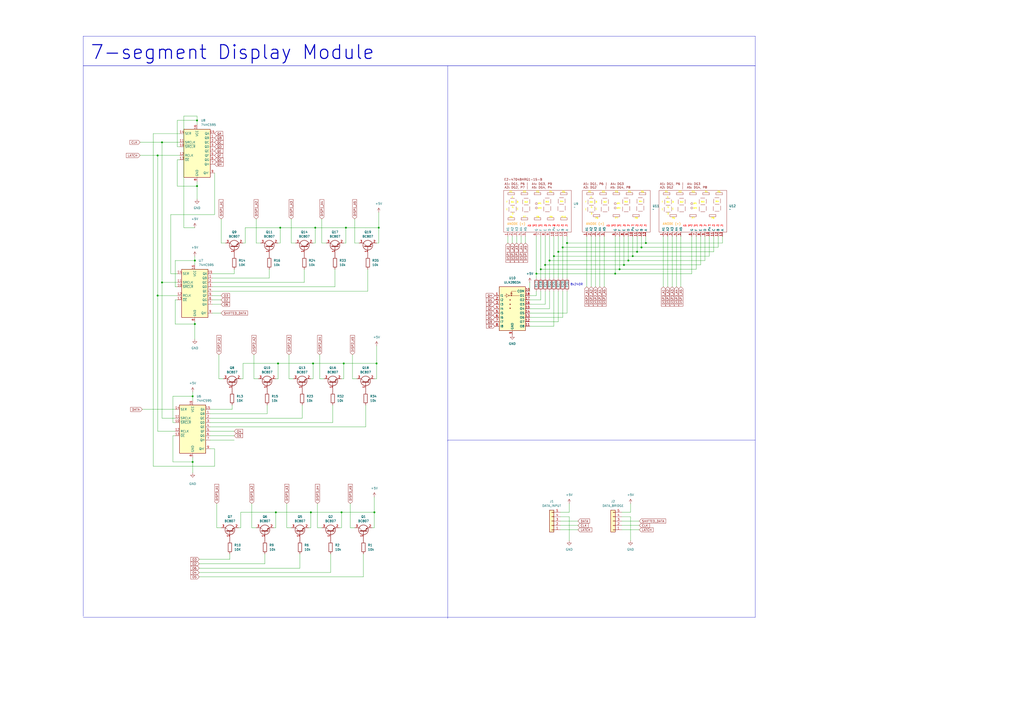
<source format=kicad_sch>
(kicad_sch (version 20231120) (generator "eeschema") (generator_version "8.0")
  (paper "A2")
  (junction (at 93.98 82.55))
  (junction (at 367.03 148.59))
  (junction (at 328.93 140.97))
  (junction (at 162.56 132.08))
  (junction (at 111.76 267.97))
  (junction (at 321.31 148.59))
  (junction (at 180.34 297.18))
  (junction (at 161.29 210.82))
  (junction (at 181.61 210.82))
  (junction (at 359.41 156.21))
  (junction (at 361.95 153.67))
  (junction (at 113.03 187.96))
  (junction (at 323.85 146.05))
  (junction (at 218.44 210.82))
  (junction (at 316.23 153.67))
  (junction (at 311.15 158.75))
  (junction (at 91.44 90.17))
  (junction (at 374.65 140.97))
  (junction (at 313.69 156.21))
  (junction (at 318.77 151.13))
  (junction (at 93.98 163.83))
  (junction (at 326.39 143.51))
  (junction (at 111.76 229.87))
  (junction (at 200.66 132.08))
  (junction (at 114.3 69.85))
  (junction (at 182.88 132.08))
  (junction (at 356.87 158.75))
  (junction (at 114.3 107.95))
  (junction (at 198.12 297.18))
  (junction (at 219.71 132.08))
  (junction (at 199.39 210.82))
  (junction (at 364.49 151.13))
  (junction (at 217.17 297.18))
  (junction (at 91.44 171.45))
  (junction (at 372.11 143.51))
  (junction (at 113.03 151.13))
  (junction (at 369.57 146.05))
  (junction (at 160.02 297.18))
  (wire (pts (xy 207.01 219.71) (xy 204.47 219.71)))
  (wire (pts (xy 328.93 137.16) (xy 328.93 140.97)))
  (wire (pts (xy 121.92 240.03) (xy 154.94 240.03)))
  (wire (pts (xy 160.02 297.18) (xy 180.34 297.18)))
  (wire (pts (xy 217.17 219.71) (xy 218.44 219.71)))
  (wire (pts (xy 140.97 210.82) (xy 161.29 210.82)))
  (wire (pts (xy 147.32 205.74) (xy 147.32 219.71)))
  (wire (pts (xy 191.77 332.105) (xy 115.57 332.105)))
  (wire (pts (xy 313.69 156.21) (xy 313.69 161.29)))
  (wire (pts (xy 311.15 158.75) (xy 311.15 161.29)))
  (wire (pts (xy 392.43 166.37) (xy 392.43 137.16)))
  (wire (pts (xy 218.44 210.82) (xy 218.44 219.71)))
  (wire (pts (xy 350.52 166.37) (xy 350.52 137.16)))
  (wire (pts (xy 160.02 219.71) (xy 161.29 219.71)))
  (wire (pts (xy 316.23 153.67) (xy 316.23 161.29)))
  (wire (pts (xy 365.76 297.18) (xy 365.76 292.1)))
  (wire (pts (xy 419.1 140.97) (xy 419.1 137.16)))
  (wire (pts (xy 342.9 166.37) (xy 342.9 137.16)))
  (wire (pts (xy 121.92 242.57) (xy 175.26 242.57)))
  (wire (pts (xy 121.92 247.65) (xy 212.09 247.65)))
  (wire (pts (xy 102.87 107.95) (xy 102.87 92.71)))
  (wire (pts (xy 372.11 143.51) (xy 326.39 143.51)))
  (wire (pts (xy 330.2 299.72) (xy 330.2 313.69)))
  (wire (pts (xy 135.89 250.19) (xy 121.92 250.19)))
  (wire (pts (xy 307.34 163.83) (xy 307.34 168.91)))
  (wire (pts (xy 193.04 245.11) (xy 193.04 234.95)))
  (wire (pts (xy 121.92 237.49) (xy 134.62 237.49)))
  (wire (pts (xy 93.98 82.55) (xy 104.14 82.55)))
  (wire (pts (xy 121.92 245.11) (xy 193.04 245.11)))
  (wire (pts (xy 365.76 299.72) (xy 365.76 313.69)))
  (wire (pts (xy 111.76 267.97) (xy 100.33 267.97)))
  (wire (pts (xy 173.99 329.565) (xy 115.57 329.565)))
  (wire (pts (xy 364.49 151.13) (xy 408.94 151.13)))
  (wire (pts (xy 175.26 242.57) (xy 175.26 234.95)))
  (wire (pts (xy 93.98 242.57) (xy 93.98 163.83)))
  (wire (pts (xy 325.12 299.72) (xy 330.2 299.72)))
  (wire (pts (xy 311.15 168.91) (xy 311.15 171.45)))
  (wire (pts (xy 149.86 219.71) (xy 147.32 219.71)))
  (polyline (pts (xy 438.15 358.14) (xy 438.15 38.1)))
  (wire (pts (xy 180.34 297.18) (xy 180.34 306.07)))
  (wire (pts (xy 323.85 168.91) (xy 323.85 186.69)))
  (wire (pts (xy 313.69 156.21) (xy 359.41 156.21)))
  (wire (pts (xy 81.28 82.55) (xy 93.98 82.55)))
  (wire (pts (xy 323.85 146.05) (xy 369.57 146.05)))
  (wire (pts (xy 158.75 306.07) (xy 160.02 306.07)))
  (wire (pts (xy 101.6 187.96) (xy 101.6 173.99)))
  (wire (pts (xy 135.89 252.73) (xy 121.92 252.73)))
  (wire (pts (xy 166.37 292.1) (xy 166.37 306.07)))
  (wire (pts (xy 406.4 153.67) (xy 406.4 137.16)))
  (wire (pts (xy 123.19 168.91) (xy 213.36 168.91)))
  (wire (pts (xy 194.31 166.37) (xy 194.31 156.21)))
  (wire (pts (xy 160.02 297.18) (xy 160.02 306.07)))
  (wire (pts (xy 113.03 187.96) (xy 101.6 187.96)))
  (wire (pts (xy 370.84 304.8) (xy 360.68 304.8)))
  (wire (pts (xy 191.77 332.105) (xy 191.77 321.31)))
  (wire (pts (xy 218.44 140.97) (xy 219.71 140.97)))
  (wire (pts (xy 367.03 148.59) (xy 411.48 148.59)))
  (wire (pts (xy 200.66 132.08) (xy 200.66 140.97)))
  (wire (pts (xy 128.27 176.53) (xy 123.19 176.53)))
  (wire (pts (xy 123.19 181.61) (xy 128.27 181.61)))
  (wire (pts (xy 91.44 90.17) (xy 104.14 90.17)))
  (wire (pts (xy 328.93 168.91) (xy 328.93 181.61)))
  (wire (pts (xy 167.64 205.74) (xy 167.64 219.71)))
  (wire (pts (xy 318.77 137.16) (xy 318.77 151.13)))
  (wire (pts (xy 102.87 163.83) (xy 93.98 163.83)))
  (wire (pts (xy 326.39 143.51) (xy 326.39 161.29)))
  (wire (pts (xy 217.17 288.29) (xy 217.17 297.18)))
  (wire (pts (xy 185.42 205.74) (xy 185.42 219.71)))
  (wire (pts (xy 199.39 210.82) (xy 199.39 219.71)))
  (wire (pts (xy 181.61 210.82) (xy 181.61 219.71)))
  (wire (pts (xy 140.97 140.97) (xy 142.24 140.97)))
  (wire (pts (xy 176.53 163.83) (xy 176.53 156.21)))
  (wire (pts (xy 101.6 166.37) (xy 102.87 166.37)))
  (wire (pts (xy 171.45 140.97) (xy 168.91 140.97)))
  (wire (pts (xy 219.71 132.08) (xy 219.71 140.97)))
  (wire (pts (xy 304.8 140.97) (xy 304.8 137.16)))
  (wire (pts (xy 102.87 85.09) (xy 104.14 85.09)))
  (wire (pts (xy 182.88 132.08) (xy 182.88 140.97)))
  (wire (pts (xy 321.31 168.91) (xy 321.31 189.23)))
  (wire (pts (xy 323.85 137.16) (xy 323.85 146.05)))
  (wire (pts (xy 374.65 140.97) (xy 374.65 137.16)))
  (wire (pts (xy 408.94 151.13) (xy 408.94 137.16)))
  (wire (pts (xy 133.35 324.485) (xy 115.57 324.485)))
  (wire (pts (xy 186.69 127) (xy 186.69 140.97)))
  (wire (pts (xy 111.76 227.33) (xy 111.76 229.87)))
  (wire (pts (xy 179.07 306.07) (xy 180.34 306.07)))
  (wire (pts (xy 124.46 270.51) (xy 124.46 260.35)))
  (wire (pts (xy 99.06 124.46) (xy 99.06 158.75)))
  (wire (pts (xy 326.39 168.91) (xy 326.39 184.15)))
  (wire (pts (xy 162.56 132.08) (xy 182.88 132.08)))
  (wire (pts (xy 297.18 140.97) (xy 297.18 137.16)))
  (wire (pts (xy 135.89 158.75) (xy 135.89 156.21)))
  (wire (pts (xy 138.43 306.07) (xy 139.7 306.07)))
  (wire (pts (xy 372.11 143.51) (xy 416.56 143.51)))
  (wire (pts (xy 127 205.74) (xy 127 219.71)))
  (wire (pts (xy 170.18 219.71) (xy 167.64 219.71)))
  (wire (pts (xy 416.56 143.51) (xy 416.56 137.16)))
  (wire (pts (xy 369.57 146.05) (xy 369.57 137.16)))
  (wire (pts (xy 113.03 196.85) (xy 113.03 187.96)))
  (wire (pts (xy 102.87 69.85) (xy 102.87 85.09)))
  (wire (pts (xy 356.87 158.75) (xy 401.32 158.75)))
  (wire (pts (xy 411.48 148.59) (xy 411.48 137.16)))
  (wire (pts (xy 200.66 132.08) (xy 219.71 132.08)))
  (wire (pts (xy 335.28 307.34) (xy 325.12 307.34)))
  (wire (pts (xy 328.93 140.97) (xy 374.65 140.97)))
  (wire (pts (xy 114.3 69.85) (xy 102.87 69.85)))
  (wire (pts (xy 133.35 324.485) (xy 133.35 321.31)))
  (wire (pts (xy 294.64 140.97) (xy 294.64 137.16)))
  (wire (pts (xy 101.6 245.11) (xy 100.33 245.11)))
  (wire (pts (xy 318.77 168.91) (xy 318.77 179.07)))
  (wire (pts (xy 307.34 176.53) (xy 316.23 176.53)))
  (wire (pts (xy 219.71 123.19) (xy 219.71 132.08)))
  (wire (pts (xy 134.62 237.49) (xy 134.62 234.95)))
  (wire (pts (xy 100.33 245.11) (xy 100.33 229.87)))
  (wire (pts (xy 123.19 166.37) (xy 194.31 166.37)))
  (wire (pts (xy 360.68 297.18) (xy 365.76 297.18)))
  (polyline (pts (xy 259.715 255.27) (xy 438.15 255.27)))
  (wire (pts (xy 101.6 151.13) (xy 101.6 166.37)))
  (wire (pts (xy 91.44 250.19) (xy 91.44 171.45)))
  (wire (pts (xy 335.28 304.8) (xy 325.12 304.8)))
  (wire (pts (xy 124.46 100.33) (xy 124.46 124.46)))
  (wire (pts (xy 369.57 146.05) (xy 414.02 146.05)))
  (wire (pts (xy 198.12 297.18) (xy 217.17 297.18)))
  (wire (pts (xy 124.46 260.35) (xy 121.92 260.35)))
  (wire (pts (xy 113.03 151.13) (xy 101.6 151.13)))
  (wire (pts (xy 318.77 151.13) (xy 318.77 161.29)))
  (wire (pts (xy 198.12 297.18) (xy 198.12 306.07)))
  (wire (pts (xy 213.36 168.91) (xy 213.36 156.21)))
  (wire (pts (xy 335.28 302.26) (xy 325.12 302.26)))
  (wire (pts (xy 181.61 140.97) (xy 182.88 140.97)))
  (wire (pts (xy 186.69 306.07) (xy 184.15 306.07)))
  (wire (pts (xy 345.44 166.37) (xy 345.44 137.16)))
  (wire (pts (xy 356.87 137.16) (xy 356.87 158.75)))
  (wire (pts (xy 142.24 132.08) (xy 142.24 140.97)))
  (wire (pts (xy 359.41 156.21) (xy 359.41 137.16)))
  (wire (pts (xy 307.34 186.69) (xy 323.85 186.69)))
  (wire (pts (xy 135.89 255.27) (xy 121.92 255.27)))
  (wire (pts (xy 182.88 132.08) (xy 200.66 132.08)))
  (wire (pts (xy 208.28 140.97) (xy 205.74 140.97)))
  (wire (pts (xy 217.17 297.18) (xy 217.17 306.07)))
  (wire (pts (xy 184.15 292.1) (xy 184.15 306.07)))
  (wire (pts (xy 104.14 77.47) (xy 88.9 77.47)))
  (wire (pts (xy 111.76 274.32) (xy 111.76 267.97)))
  (wire (pts (xy 102.87 171.45) (xy 91.44 171.45)))
  (wire (pts (xy 321.31 189.23) (xy 307.34 189.23)))
  (wire (pts (xy 414.02 146.05) (xy 414.02 137.16)))
  (wire (pts (xy 148.59 127) (xy 148.59 140.97)))
  (polyline (pts (xy 438.15 38.1) (xy 48.26 38.1)))
  (wire (pts (xy 367.03 148.59) (xy 321.31 148.59)))
  (wire (pts (xy 125.73 292.1) (xy 125.73 306.07)))
  (wire (pts (xy 88.9 77.47) (xy 88.9 270.51)))
  (wire (pts (xy 199.39 210.82) (xy 218.44 210.82)))
  (wire (pts (xy 387.35 166.37) (xy 387.35 137.16)))
  (wire (pts (xy 156.21 161.29) (xy 156.21 156.21)))
  (wire (pts (xy 205.74 127) (xy 205.74 140.97)))
  (wire (pts (xy 347.98 166.37) (xy 347.98 137.16)))
  (wire (pts (xy 139.7 219.71) (xy 140.97 219.71)))
  (wire (pts (xy 99.06 158.75) (xy 102.87 158.75)))
  (wire (pts (xy 111.76 267.97) (xy 111.76 265.43)))
  (wire (pts (xy 189.23 140.97) (xy 186.69 140.97)))
  (wire (pts (xy 307.34 184.15) (xy 326.39 184.15)))
  (wire (pts (xy 151.13 140.97) (xy 148.59 140.97)))
  (polyline (pts (xy 259.715 38.1) (xy 259.715 255.905)))
  (wire (pts (xy 372.11 137.16) (xy 372.11 143.51)))
  (wire (pts (xy 212.09 247.65) (xy 212.09 234.95)))
  (wire (pts (xy 360.68 299.72) (xy 365.76 299.72)))
  (wire (pts (xy 168.91 306.07) (xy 166.37 306.07)))
  (wire (pts (xy 307.34 179.07) (xy 318.77 179.07)))
  (wire (pts (xy 114.3 69.85) (xy 114.3 72.39)))
  (wire (pts (xy 367.03 137.16) (xy 367.03 148.59)))
  (wire (pts (xy 88.9 270.51) (xy 124.46 270.51)))
  (polyline (pts (xy 48.26 358.14) (xy 438.15 358.14)))
  (wire (pts (xy 389.89 166.37) (xy 389.89 137.16)))
  (wire (pts (xy 330.2 297.18) (xy 330.2 292.1)))
  (wire (pts (xy 114.3 67.31) (xy 114.3 69.85)))
  (wire (pts (xy 114.3 67.31) (xy 106.68 67.31)))
  (wire (pts (xy 113.03 148.59) (xy 113.03 151.13)))
  (wire (pts (xy 123.19 161.29) (xy 156.21 161.29)))
  (wire (pts (xy 106.68 67.31) (xy 106.68 132.08)))
  (wire (pts (xy 318.77 151.13) (xy 364.49 151.13)))
  (wire (pts (xy 204.47 205.74) (xy 204.47 219.71)))
  (wire (pts (xy 316.23 153.67) (xy 316.23 137.16)))
  (wire (pts (xy 128.27 171.45) (xy 123.19 171.45)))
  (wire (pts (xy 364.49 151.13) (xy 364.49 137.16)))
  (wire (pts (xy 299.72 140.97) (xy 299.72 137.16)))
  (wire (pts (xy 328.93 140.97) (xy 328.93 161.29)))
  (wire (pts (xy 180.34 219.71) (xy 181.61 219.71)))
  (wire (pts (xy 210.82 334.645) (xy 210.82 321.31)))
  (wire (pts (xy 81.28 90.17) (xy 91.44 90.17)))
  (wire (pts (xy 302.26 140.97) (xy 302.26 137.16)))
  (wire (pts (xy 205.74 306.07) (xy 203.2 306.07)))
  (wire (pts (xy 360.68 302.26) (xy 370.84 302.26)))
  (wire (pts (xy 161.29 210.82) (xy 181.61 210.82)))
  (wire (pts (xy 321.31 148.59) (xy 321.31 137.16)))
  (wire (pts (xy 101.6 250.19) (xy 91.44 250.19)))
  (wire (pts (xy 359.41 156.21) (xy 403.86 156.21)))
  (wire (pts (xy 114.3 107.95) (xy 114.3 105.41)))
  (wire (pts (xy 196.85 306.07) (xy 198.12 306.07)))
  (wire (pts (xy 102.87 92.71) (xy 104.14 92.71)))
  (wire (pts (xy 361.95 137.16) (xy 361.95 153.67)))
  (wire (pts (xy 394.97 166.37) (xy 394.97 137.16)))
  (wire (pts (xy 162.56 132.08) (xy 162.56 140.97)))
  (wire (pts (xy 307.34 171.45) (xy 311.15 171.45)))
  (wire (pts (xy 93.98 163.83) (xy 93.98 82.55)))
  (wire (pts (xy 218.44 200.66) (xy 218.44 210.82)))
  (wire (pts (xy 356.87 158.75) (xy 311.15 158.75)))
  (wire (pts (xy 123.19 158.75) (xy 135.89 158.75)))
  (wire (pts (xy 100.33 267.97) (xy 100.33 252.73)))
  (wire (pts (xy 215.9 306.07) (xy 217.17 306.07)))
  (wire (pts (xy 199.39 140.97) (xy 200.66 140.97)))
  (wire (pts (xy 180.34 297.18) (xy 198.12 297.18)))
  (wire (pts (xy 313.69 168.91) (xy 313.69 173.99)))
  (wire (pts (xy 100.33 252.73) (xy 101.6 252.73)))
  (wire (pts (xy 142.24 132.08) (xy 162.56 132.08)))
  (wire (pts (xy 326.39 143.51) (xy 326.39 137.16)))
  (wire (pts (xy 91.44 171.45) (xy 91.44 90.17)))
  (wire (pts (xy 370.84 307.34) (xy 360.68 307.34)))
  (wire (pts (xy 82.55 237.49) (xy 101.6 237.49)))
  (polyline (pts (xy 48.26 38.1) (xy 48.26 357.505)))
  (wire (pts (xy 313.69 137.16) (xy 313.69 156.21)))
  (wire (pts (xy 146.05 292.1) (xy 146.05 306.07)))
  (wire (pts (xy 361.95 153.67) (xy 316.23 153.67)))
  (wire (pts (xy 403.86 156.21) (xy 403.86 137.16)))
  (polyline (pts (xy 259.715 358.775) (xy 259.715 255.27)))
  (wire (pts (xy 210.82 334.645) (xy 115.57 334.645)))
  (wire (pts (xy 153.67 327.025) (xy 153.67 321.31)))
  (wire (pts (xy 325.12 297.18) (xy 330.2 297.18)))
  (wire (pts (xy 113.03 151.13) (xy 113.03 153.67)))
  (wire (pts (xy 128.27 127) (xy 128.27 140.97)))
  (wire (pts (xy 323.85 146.05) (xy 323.85 161.29)))
  (wire (pts (xy 148.59 306.07) (xy 146.05 306.07)))
  (wire (pts (xy 128.27 173.99) (xy 123.19 173.99)))
  (wire (pts (xy 340.36 166.37) (xy 340.36 137.16)))
  (wire (pts (xy 384.81 166.37) (xy 384.81 137.16)))
  (wire (pts (xy 101.6 173.99) (xy 102.87 173.99)))
  (wire (pts (xy 316.23 168.91) (xy 316.23 176.53)))
  (wire (pts (xy 374.65 140.97) (xy 419.1 140.97)))
  (wire (pts (xy 139.7 297.18) (xy 160.02 297.18)))
  (wire (pts (xy 128.27 306.07) (xy 125.73 306.07)))
  (wire (pts (xy 161.29 210.82) (xy 161.29 219.71)))
  (wire (pts (xy 307.34 181.61) (xy 328.93 181.61)))
  (wire (pts (xy 124.46 124.46) (xy 99.06 124.46)))
  (wire (pts (xy 100.33 229.87) (xy 111.76 229.87)))
  (wire (pts (xy 114.3 115.57) (xy 114.3 107.95)))
  (wire (pts (xy 321.31 148.59) (xy 321.31 161.29)))
  (wire (pts (xy 101.6 242.57) (xy 93.98 242.57)))
  (wire (pts (xy 361.95 153.67) (xy 406.4 153.67)))
  (wire (pts (xy 173.99 329.565) (xy 173.99 321.31)))
  (wire (pts (xy 311.15 158.75) (xy 311.15 137.16)))
  (wire (pts (xy 139.7 297.18) (xy 139.7 306.07)))
  (wire (pts (xy 161.29 140.97) (xy 162.56 140.97)))
  (wire (pts (xy 181.61 210.82) (xy 199.39 210.82)))
  (wire (pts (xy 111.76 229.87) (xy 111.76 232.41)))
  (wire (pts (xy 113.03 187.96) (xy 113.03 186.69)))
  (wire (pts (xy 168.91 127) (xy 168.91 140.97)))
  (wire (pts (xy 154.94 240.03) (xy 154.94 234.95)))
  (wire (pts (xy 153.67 327.025) (xy 115.57 327.025)))
  (wire (pts (xy 114.3 107.95) (xy 102.87 107.95)))
  (wire (pts (xy 130.81 140.97) (xy 128.27 140.97)))
  (wire (pts (xy 307.34 173.99) (xy 313.69 173.99)))
  (wire (pts (xy 401.32 158.75) (xy 401.32 137.16)))
  (wire (pts (xy 123.19 163.83) (xy 176.53 163.83)))
  (wire (pts (xy 187.96 219.71) (xy 185.42 219.71)))
  (wire (pts (xy 106.68 132.08) (xy 113.03 132.08)))
  (wire (pts (xy 129.54 219.71) (xy 127 219.71)))
  (wire (pts (xy 203.2 292.1) (xy 203.2 306.07)))
  (wire (pts (xy 140.97 210.82) (xy 140.97 219.71)))
  (wire (pts (xy 198.12 219.71) (xy 199.39 219.71)))
  (rectangle (start 48.26 20.955) (end 438.15 38.1))
  (text "7-segment Display Module" (at 134.874 30.48 0) (effects (font (size 8 8) (thickness 0.6) (bold yes))))
  (text "8x240R" (at 334.518 165.1 0) (effects (font (size 1.27 1.27))))
  (global_label "O5" (shape input) (at 115.57 334.645 180) (property "Intersheetrefs" "${INTERSHEET_REFS}" (effects (hide yes))))
  (global_label "O2" (shape input) (at 115.57 327.025 180) (property "Intersheetrefs" "${INTERSHEET_REFS}" (effects (hide yes))))
  (global_label "DISP3_A5" (shape input) (at 203.2 292.1 90) (property "Intersheetrefs" "${INTERSHEET_REFS}" (effects (hide yes))))
  (global_label "DISP3_A3" (shape input) (at 166.37 292.1 90) (property "Intersheetrefs" "${INTERSHEET_REFS}" (effects (hide yes))))
  (global_label "DISP2_A2" (shape input) (at 147.32 205.74 90) (property "Intersheetrefs" "${INTERSHEET_REFS}" (effects (hide yes))))
  (global_label "DISP3_A4" (shape input) (at 392.43 166.37 270) (property "Intersheetrefs" "${INTERSHEET_REFS}" (effects (hide yes))))
  (global_label "DISP1_A3" (shape input) (at 299.72 140.97 270) (property "Intersheetrefs" "${INTERSHEET_REFS}" (effects (hide yes))))
  (global_label "DISP1_A1" (shape input) (at 128.27 127 90) (property "Intersheetrefs" "${INTERSHEET_REFS}" (effects (hide yes))))
  (global_label "DISP2_A4" (shape input) (at 185.42 205.74 90) (property "Intersheetrefs" "${INTERSHEET_REFS}" (effects (hide yes))))
  (global_label "DISP2_A5" (shape input) (at 204.47 205.74 90) (property "Intersheetrefs" "${INTERSHEET_REFS}" (effects (hide yes))))
  (global_label "DISP2_A3" (shape input) (at 345.44 166.37 270) (property "Intersheetrefs" "${INTERSHEET_REFS}" (effects (hide yes))))
  (global_label "DISP1_A4" (shape input) (at 186.69 127 90) (property "Intersheetrefs" "${INTERSHEET_REFS}" (effects (hide yes))))
  (global_label "DISP3_A2" (shape input) (at 387.35 166.37 270) (property "Intersheetrefs" "${INTERSHEET_REFS}" (effects (hide yes))))
  (global_label "DISP1_A2" (shape input) (at 297.18 140.97 270) (property "Intersheetrefs" "${INTERSHEET_REFS}" (effects (hide yes))))
  (global_label "O2" (shape input) (at 128.27 173.99 0) (property "Intersheetrefs" "${INTERSHEET_REFS}" (effects (hide yes))))
  (global_label "QA" (shape input) (at 287.02 189.23 180) (property "Intersheetrefs" "${INTERSHEET_REFS}" (effects (hide yes))))
  (global_label "DISP3_A5" (shape input) (at 394.97 166.37 270) (property "Intersheetrefs" "${INTERSHEET_REFS}" (effects (hide yes))))
  (global_label "QH" (shape input) (at 124.46 95.25 0) (property "Intersheetrefs" "${INTERSHEET_REFS}" (effects (hide yes))))
  (global_label "DISP1_A4" (shape input) (at 302.26 140.97 270) (property "Intersheetrefs" "${INTERSHEET_REFS}" (effects (hide yes))))
  (global_label "O5" (shape input) (at 135.89 252.73 0) (property "Intersheetrefs" "${INTERSHEET_REFS}" (effects (hide yes))))
  (global_label "DISP3_A1" (shape input) (at 125.73 292.1 90) (property "Intersheetrefs" "${INTERSHEET_REFS}" (effects (hide yes))))
  (global_label "LATCH" (shape input) (at 335.28 307.34 0) (property "Intersheetrefs" "${INTERSHEET_REFS}" (effects (hide yes))))
  (global_label "DISP2_A2" (shape input) (at 342.9 166.37 270) (property "Intersheetrefs" "${INTERSHEET_REFS}" (effects (hide yes))))
  (global_label "DISP1_A2" (shape input) (at 148.59 127 90) (property "Intersheetrefs" "${INTERSHEET_REFS}" (effects (hide yes))))
  (global_label "O3" (shape input) (at 128.27 171.45 0) (property "Intersheetrefs" "${INTERSHEET_REFS}" (effects (hide yes))))
  (global_label "CLK" (shape input) (at 370.84 304.8 0) (property "Intersheetrefs" "${INTERSHEET_REFS}" (effects (hide yes))))
  (global_label "QD" (shape input) (at 287.02 181.61 180) (property "Intersheetrefs" "${INTERSHEET_REFS}" (effects (hide yes))))
  (global_label "QG" (shape input) (at 287.02 173.99 180) (property "Intersheetrefs" "${INTERSHEET_REFS}" (effects (hide yes))))
  (global_label "QA" (shape input) (at 124.46 77.47 0) (property "Intersheetrefs" "${INTERSHEET_REFS}" (effects (hide yes))))
  (global_label "O6" (shape input) (at 115.57 329.565 180) (property "Intersheetrefs" "${INTERSHEET_REFS}" (effects (hide yes))))
  (global_label "CLK" (shape input) (at 335.28 304.8 0) (property "Intersheetrefs" "${INTERSHEET_REFS}" (effects (hide yes))))
  (global_label "DISP3_A1" (shape input) (at 384.81 166.37 270) (property "Intersheetrefs" "${INTERSHEET_REFS}" (effects (hide yes))))
  (global_label "CLK" (shape input) (at 81.28 82.55 180) (property "Intersheetrefs" "${INTERSHEET_REFS}" (effects (hide yes))))
  (global_label "DISP2_A3" (shape input) (at 167.64 205.74 90) (property "Intersheetrefs" "${INTERSHEET_REFS}" (effects (hide yes))))
  (global_label "DISP2_A5" (shape input) (at 350.52 166.37 270) (property "Intersheetrefs" "${INTERSHEET_REFS}" (effects (hide yes))))
  (global_label "DATA" (shape input) (at 335.28 302.26 0) (property "Intersheetrefs" "${INTERSHEET_REFS}" (effects (hide yes))))
  (global_label "DISP1_A5" (shape input) (at 304.8 140.97 270) (property "Intersheetrefs" "${INTERSHEET_REFS}" (effects (hide yes))))
  (global_label "O4" (shape input) (at 135.89 250.19 0) (property "Intersheetrefs" "${INTERSHEET_REFS}" (effects (hide yes))))
  (global_label "DISP3_A3" (shape input) (at 389.89 166.37 270) (property "Intersheetrefs" "${INTERSHEET_REFS}" (effects (hide yes))))
  (global_label "O3" (shape input) (at 115.57 324.485 180) (property "Intersheetrefs" "${INTERSHEET_REFS}" (effects (hide yes))))
  (global_label "O6" (shape input) (at 128.27 176.53 0) (property "Intersheetrefs" "${INTERSHEET_REFS}" (effects (hide yes))))
  (global_label "SHIFTED_DATA" (shape input) (at 370.84 302.26 0) (property "Intersheetrefs" "${INTERSHEET_REFS}" (effects (hide yes))))
  (global_label "DISP2_A1" (shape input) (at 127 205.74 90) (property "Intersheetrefs" "${INTERSHEET_REFS}" (effects (hide yes))))
  (global_label "O4" (shape input) (at 115.57 332.105 180) (property "Intersheetrefs" "${INTERSHEET_REFS}" (effects (hide yes))))
  (global_label "QB" (shape input) (at 124.46 80.01 0) (property "Intersheetrefs" "${INTERSHEET_REFS}" (effects (hide yes))))
  (global_label "QH" (shape input) (at 287.02 171.45 180) (property "Intersheetrefs" "${INTERSHEET_REFS}" (effects (hide yes))))
  (global_label "QC" (shape input) (at 124.46 82.55 0) (property "Intersheetrefs" "${INTERSHEET_REFS}" (effects (hide yes))))
  (global_label "QC" (shape input) (at 287.02 184.15 180) (property "Intersheetrefs" "${INTERSHEET_REFS}" (effects (hide yes))))
  (global_label "QD" (shape input) (at 124.46 85.09 0) (property "Intersheetrefs" "${INTERSHEET_REFS}" (effects (hide yes))))
  (global_label "SHIFTED_DATA" (shape input) (at 128.27 181.61 0) (property "Intersheetrefs" "${INTERSHEET_REFS}" (effects (hide yes))))
  (global_label "DISP2_A1" (shape input) (at 340.36 166.37 270) (property "Intersheetrefs" "${INTERSHEET_REFS}" (effects (hide yes))))
  (global_label "DISP3_A2" (shape input) (at 146.05 292.1 90) (property "Intersheetrefs" "${INTERSHEET_REFS}" (effects (hide yes))))
  (global_label "QB" (shape input) (at 287.02 186.69 180) (property "Intersheetrefs" "${INTERSHEET_REFS}" (effects (hide yes))))
  (global_label "LATCH" (shape input) (at 370.84 307.34 0) (property "Intersheetrefs" "${INTERSHEET_REFS}" (effects (hide yes))))
  (global_label "QE" (shape input) (at 287.02 179.07 180) (property "Intersheetrefs" "${INTERSHEET_REFS}" (effects (hide yes))))
  (global_label "QF" (shape input) (at 287.02 176.53 180) (property "Intersheetrefs" "${INTERSHEET_REFS}" (effects (hide yes))))
  (global_label "QE" (shape input) (at 124.46 87.63 0) (property "Intersheetrefs" "${INTERSHEET_REFS}" (effects (hide yes))))
  (global_label "LATCH" (shape input) (at 81.28 90.17 180) (property "Intersheetrefs" "${INTERSHEET_REFS}" (effects (hide yes))))
  (global_label "QF" (shape input) (at 124.46 90.17 0) (property "Intersheetrefs" "${INTERSHEET_REFS}" (effects (hide yes))))
  (global_label "QG" (shape input) (at 124.46 92.71 0) (property "Intersheetrefs" "${INTERSHEET_REFS}" (effects (hide yes))))
  (global_label "DATA" (shape input) (at 82.55 237.49 180) (property "Intersheetrefs" "${INTERSHEET_REFS}" (effects (hide yes))))
  (global_label "DISP1_A5" (shape input) (at 205.74 127 90) (property "Intersheetrefs" "${INTERSHEET_REFS}" (effects (hide yes))))
  (global_label "DISP1_A3" (shape input) (at 168.91 127 90) (property "Intersheetrefs" "${INTERSHEET_REFS}" (effects (hide yes))))
  (global_label "DISP2_A4" (shape input) (at 347.98 166.37 270) (property "Intersheetrefs" "${INTERSHEET_REFS}" (effects (hide yes))))
  (global_label "DISP3_A4" (shape input) (at 184.15 292.1 90) (property "Intersheetrefs" "${INTERSHEET_REFS}" (effects (hide yes))))
  (global_label "DISP1_A1" (shape input) (at 294.64 140.97 270) (property "Intersheetrefs" "${INTERSHEET_REFS}" (effects (hide yes))))
  (symbol (lib_id "Transistor_Array:ULN2803A") (at 297.18 176.53 0) (unit 1)
    (property "Reference" "U10" (at 297.18 161.29 0))
    (property "Value" "ULN2803A" (at 297.18 163.83 0))
    (property "Footprint" "Package_SO:SOIC-18W_7.5x11.6mm_P1.27mm" (effects (hide yes)))
    (property "Datasheet" "http://www.ti.com/lit/ds/symlink/uln2803a.pdf" (effects (hide yes)))
    (property "Description" "Darlington Transistor Arrays, SOIC18/DIP18" (effects (hide yes)))
  )
  (symbol (lib_id "my_symbol_lib:JZG_E5627BRG-1-7-segment-display") (at 337.82 110.49 0) (unit 1)
    (property "Reference" "U11" (at 378.46 119.4977 0) (effects (justify left)))
    (property "Value" "~" (at 378.46 121.4028 0) (effects (justify left)))
    (property "Footprint" "My-Footprints:JZG_E5627BRG-1_7_SEGMENT_DISPLAY" (effects (hide yes)))
  )
  (symbol (lib_id "Device:R") (at 326.39 165.1 180) (unit 1)
    (property "Reference" "R29" (at 326.39 166.878 90) (effects (justify right)))
    (property "Value" "240R" (effects (hide yes)))
    (property "Footprint" "Resistor_SMD:R_0805_2012Metric_Pad1.20x1.40mm_HandSolder" (effects (hide yes)))
    (property "Description" "Resistor" (effects (hide yes)))
  )
  (symbol (lib_id "74xx:74HC595") (at 111.76 247.65 0) (unit 1)
    (property "Reference" "U6" (at 113.9541 229.87 0) (effects (justify left)))
    (property "Value" "74HC595" (at 113.9541 232.41 0) (effects (justify left)))
    (property "Footprint" "Package_SO:SO-16_3.9x9.9mm_P1.27mm" (effects (hide yes)))
    (property "Datasheet" "http://www.ti.com/lit/ds/symlink/sn74hc595.pdf" (effects (hide yes)))
    (property "Description" "8-bit serial in/out Shift Register 3-State Outputs" (effects (hide yes)))
  )
  (symbol (lib_id "Device:R") (at 318.77 165.1 180) (unit 1)
    (property "Reference" "R22" (at 318.77 166.878 90) (effects (justify right)))
    (property "Value" "240R" (effects (hide yes)))
    (property "Footprint" "Resistor_SMD:R_0805_2012Metric_Pad1.20x1.40mm_HandSolder" (effects (hide yes)))
    (property "Description" "Resistor" (effects (hide yes)))
  )
  (symbol (lib_id "Device:R") (at 194.31 152.4 0) (unit 1)
    (property "Reference" "R33" (at 196.85 151.1299 0) (effects (justify left)))
    (property "Value" "10k" (at 196.85 153.6699 0) (effects (justify left)))
    (property "Footprint" "Resistor_SMD:R_0805_2012Metric_Pad1.20x1.40mm_HandSolder" (effects (hide yes)))
    (property "Description" "Resistor" (effects (hide yes)))
  )
  (symbol (lib_id "Transistor_BJT:BC807") (at 191.77 308.61 90) (unit 1)
    (property "Reference" "Q2" (at 191.77 299.72 90))
    (property "Value" "BC807" (at 191.77 302.26 90))
    (property "Footprint" "Package_TO_SOT_SMD:SOT-23" (effects (hide yes)))
    (property "Datasheet" "https://www.onsemi.com/pub/Collateral/BC808-D.pdf" (effects (hide yes)))
    (property "Description" "0.8A Ic, 45V Vce, PNP Transistor, SOT-23" (effects (hide yes)))
  )
  (symbol (lib_id "Device:R") (at 154.94 231.14 0) (unit 1)
    (property "Reference" "R15" (at 157.48 229.8699 0) (effects (justify left)))
    (property "Value" "10k" (at 157.48 232.4099 0) (effects (justify left)))
    (property "Footprint" "Resistor_SMD:R_0805_2012Metric_Pad1.20x1.40mm_HandSolder" (effects (hide yes)))
    (property "Description" "Resistor" (effects (hide yes)))
  )
  (symbol (lib_id "power:GND") (at 330.2 313.69 0) (unit 1)
    (property "Reference" "#PWR012" (effects (hide yes)))
    (property "Value" "GND" (at 330.2 318.77 0))
    (property "Description" "Power symbol creates a global label with name \"GND\" , ground" (effects (hide yes)))
  )
  (symbol (lib_id "Device:R") (at 175.26 231.14 0) (unit 1)
    (property "Reference" "R23" (at 177.8 229.8699 0) (effects (justify left)))
    (property "Value" "10k" (at 177.8 232.4099 0) (effects (justify left)))
    (property "Footprint" "Resistor_SMD:R_0805_2012Metric_Pad1.20x1.40mm_HandSolder" (effects (hide yes)))
    (property "Description" "Resistor" (effects (hide yes)))
  )
  (symbol (lib_id "Device:R") (at 313.69 165.1 180) (unit 1)
    (property "Reference" "R18" (at 313.69 166.878 90) (effects (justify right)))
    (property "Value" "240R" (effects (hide yes)))
    (property "Footprint" "Resistor_SMD:R_0805_2012Metric_Pad1.20x1.40mm_HandSolder" (effects (hide yes)))
    (property "Description" "Resistor" (effects (hide yes)))
  )
  (symbol (lib_id "power:GND") (at 113.03 196.85 0) (unit 1)
    (property "Reference" "#PWR024" (effects (hide yes)))
    (property "Value" "GND" (at 113.03 201.93 0))
    (property "Description" "Power symbol creates a global label with name \"GND\" , ground" (effects (hide yes)))
  )
  (symbol (lib_id "Device:R") (at 156.21 152.4 0) (unit 1)
    (property "Reference" "R16" (at 158.75 151.1299 0) (effects (justify left)))
    (property "Value" "10k" (at 158.75 153.6699 0) (effects (justify left)))
    (property "Footprint" "Resistor_SMD:R_0805_2012Metric_Pad1.20x1.40mm_HandSolder" (effects (hide yes)))
    (property "Description" "Resistor" (effects (hide yes)))
  )
  (symbol (lib_id "power:+5V") (at 219.71 123.19 0) (unit 1)
    (property "Reference" "#PWR033" (effects (hide yes)))
    (property "Value" "+5V" (at 219.71 118.11 0))
    (property "Description" "Power symbol creates a global label with name \"+5V\"" (effects (hide yes)))
  )
  (symbol (lib_id "Device:R") (at 134.62 231.14 0) (unit 1)
    (property "Reference" "R13" (at 137.16 229.8699 0) (effects (justify left)))
    (property "Value" "10K" (at 137.16 232.4099 0) (effects (justify left)))
    (property "Footprint" "Resistor_SMD:R_0805_2012Metric_Pad1.20x1.40mm_HandSolder" (effects (hide yes)))
    (property "Description" "Resistor" (effects (hide yes)))
  )
  (symbol (lib_id "power:+5V") (at 111.76 227.33 0) (unit 1)
    (property "Reference" "#PWR020" (effects (hide yes)))
    (property "Value" "+5V" (at 111.76 222.25 0))
    (property "Description" "Power symbol creates a global label with name \"+5V\"" (effects (hide yes)))
  )
  (symbol (lib_id "Connector_Generic:Conn_01x05") (at 320.04 302.26 180) (unit 1)
    (property "Reference" "J1" (at 320.04 290.83 0))
    (property "Value" "DATA_INPUT" (at 320.04 293.37 0))
    (property "Footprint" "Connector_JST:JST_XH_B5B-XH-A_1x05_P2.50mm_Vertical" (effects (hide yes)))
    (property "Description" "Generic connector, single row, 01x05, script generated (kicad-library-utils/schlib/autogen/connector/)" (effects (hide yes)))
  )
  (symbol (lib_id "Transistor_BJT:BC807") (at 154.94 222.25 90) (unit 1)
    (property "Reference" "Q10" (at 154.94 213.36 90))
    (property "Value" "BC807" (at 154.94 215.9 90))
    (property "Footprint" "Package_TO_SOT_SMD:SOT-23" (effects (hide yes)))
    (property "Datasheet" "https://www.onsemi.com/pub/Collateral/BC808-D.pdf" (effects (hide yes)))
    (property "Description" "0.8A Ic, 45V Vce, PNP Transistor, SOT-23" (effects (hide yes)))
  )
  (symbol (lib_id "Device:R") (at 153.67 317.5 0) (unit 1)
    (property "Reference" "R9" (at 156.21 316.2299 0) (effects (justify left)))
    (property "Value" "10k" (at 156.21 318.7699 0) (effects (justify left)))
    (property "Footprint" "Resistor_SMD:R_0805_2012Metric_Pad1.20x1.40mm_HandSolder" (effects (hide yes)))
    (property "Description" "Resistor" (effects (hide yes)))
  )
  (symbol (lib_id "Device:R") (at 323.85 165.1 180) (unit 1)
    (property "Reference" "R27" (at 323.85 166.878 90) (effects (justify right)))
    (property "Value" "240R" (effects (hide yes)))
    (property "Footprint" "Resistor_SMD:R_0805_2012Metric_Pad1.20x1.40mm_HandSolder" (effects (hide yes)))
    (property "Description" "Resistor" (effects (hide yes)))
  )
  (symbol (lib_id "power:+5V") (at 365.76 292.1 0) (unit 1)
    (property "Reference" "#PWR013" (effects (hide yes)))
    (property "Value" "+5V" (at 365.76 287.02 0))
    (property "Description" "Power symbol creates a global label with name \"+5V\"" (effects (hide yes)))
  )
  (symbol (lib_id "Device:R") (at 328.93 165.1 180) (unit 1)
    (property "Reference" "R30" (at 328.93 166.878 90) (effects (justify right)))
    (property "Value" "240R" (effects (hide yes)))
    (property "Footprint" "Resistor_SMD:R_0805_2012Metric_Pad1.20x1.40mm_HandSolder" (effects (hide yes)))
    (property "Description" "Resistor" (effects (hide yes)))
  )
  (symbol (lib_id "power:GND") (at 297.18 194.31 0) (unit 1)
    (property "Reference" "#PWR029" (effects (hide yes)))
    (property "Value" "GND" (at 297.18 199.39 0))
    (property "Description" "Power symbol creates a global label with name \"GND\" , ground" (effects (hide yes)))
  )
  (symbol (lib_id "power:GND") (at 111.76 274.32 0) (unit 1)
    (property "Reference" "#PWR021" (effects (hide yes)))
    (property "Value" "GND" (at 111.76 280.67 0))
    (property "Description" "Power symbol creates a global label with name \"GND\" , ground" (effects (hide yes)))
  )
  (symbol (lib_id "Transistor_BJT:BC807") (at 210.82 308.61 90) (unit 1)
    (property "Reference" "Q1" (at 210.82 299.72 90))
    (property "Value" "BC807" (at 210.82 302.26 90))
    (property "Footprint" "Package_TO_SOT_SMD:SOT-23" (effects (hide yes)))
    (property "Datasheet" "https://www.onsemi.com/pub/Collateral/BC808-D.pdf" (effects (hide yes)))
    (property "Description" "0.8A Ic, 45V Vce, PNP Transistor, SOT-23" (effects (hide yes)))
  )
  (symbol (lib_id "Device:R") (at 212.09 231.14 0) (unit 1)
    (property "Reference" "R34" (at 214.63 229.8699 0) (effects (justify left)))
    (property "Value" "10k" (at 214.63 232.4099 0) (effects (justify left)))
    (property "Footprint" "Resistor_SMD:R_0805_2012Metric_Pad1.20x1.40mm_HandSolder" (effects (hide yes)))
    (property "Description" "Resistor" (effects (hide yes)))
  )
  (symbol (lib_id "power:+5V") (at 218.44 200.66 0) (unit 1)
    (property "Reference" "#PWR032" (effects (hide yes)))
    (property "Value" "+5V" (at 218.44 195.58 0))
    (property "Description" "Power symbol creates a global label with name \"+5V\"" (effects (hide yes)))
  )
  (symbol (lib_id "Connector_Generic:Conn_01x05") (at 355.6 302.26 180) (unit 1)
    (property "Reference" "J2" (at 355.6 290.83 0))
    (property "Value" "DATA_BRIDGE" (at 355.6 293.37 0))
    (property "Footprint" "Connector_JST:JST_XH_B5B-XH-A_1x05_P2.50mm_Vertical" (effects (hide yes)))
    (property "Description" "Generic connector, single row, 01x05, script generated (kicad-library-utils/schlib/autogen/connector/)" (effects (hide yes)))
  )
  (symbol (lib_id "Transistor_BJT:BC807") (at 193.04 222.25 90) (unit 1)
    (property "Reference" "Q16" (at 193.04 213.36 90))
    (property "Value" "BC807" (at 193.04 215.9 90))
    (property "Footprint" "Package_TO_SOT_SMD:SOT-23" (effects (hide yes)))
    (property "Datasheet" "https://www.onsemi.com/pub/Collateral/BC808-D.pdf" (effects (hide yes)))
    (property "Description" "0.8A Ic, 45V Vce, PNP Transistor, SOT-23" (effects (hide yes)))
  )
  (symbol (lib_id "Transistor_BJT:BC807") (at 173.99 308.61 90) (unit 1)
    (property "Reference" "Q5" (at 173.99 299.72 90))
    (property "Value" "BC807" (at 173.99 302.26 90))
    (property "Footprint" "Package_TO_SOT_SMD:SOT-23" (effects (hide yes)))
    (property "Datasheet" "https://www.onsemi.com/pub/Collateral/BC808-D.pdf" (effects (hide yes)))
    (property "Description" "0.8A Ic, 45V Vce, PNP Transistor, SOT-23" (effects (hide yes)))
  )
  (symbol (lib_id "Transistor_BJT:BC807") (at 175.26 222.25 90) (unit 1)
    (property "Reference" "Q13" (at 175.26 213.36 90))
    (property "Value" "BC807" (at 175.26 215.9 90))
    (property "Footprint" "Package_TO_SOT_SMD:SOT-23" (effects (hide yes)))
    (property "Datasheet" "https://www.onsemi.com/pub/Collateral/BC808-D.pdf" (effects (hide yes)))
    (property "Description" "0.8A Ic, 45V Vce, PNP Transistor, SOT-23" (effects (hide yes)))
  )
  (symbol (lib_id "Transistor_BJT:BC807") (at 134.62 222.25 90) (unit 1)
    (property "Reference" "Q8" (at 134.62 213.36 90))
    (property "Value" "BC807" (at 134.62 215.9 90))
    (property "Footprint" "Package_TO_SOT_SMD:SOT-23" (effects (hide yes)))
    (property "Datasheet" "https://www.onsemi.com/pub/Collateral/BC808-D.pdf" (effects (hide yes)))
    (property "Description" "0.8A Ic, 45V Vce, PNP Transistor, SOT-23" (effects (hide yes)))
  )
  (symbol (lib_id "Device:R") (at 191.77 317.5 0) (unit 1)
    (property "Reference" "R2" (at 194.31 316.2299 0) (effects (justify left)))
    (property "Value" "10k" (at 194.31 318.7699 0) (effects (justify left)))
    (property "Footprint" "Resistor_SMD:R_0805_2012Metric_Pad1.20x1.40mm_HandSolder" (effects (hide yes)))
    (property "Description" "Resistor" (effects (hide yes)))
  )
  (symbol (lib_id "Device:R") (at 213.36 152.4 0) (unit 1)
    (property "Reference" "R35" (at 215.9 151.1299 0) (effects (justify left)))
    (property "Value" "10k" (at 215.9 153.6699 0) (effects (justify left)))
    (property "Footprint" "Resistor_SMD:R_0805_2012Metric_Pad1.20x1.40mm_HandSolder" (effects (hide yes)))
    (property "Description" "Resistor" (effects (hide yes)))
  )
  (symbol (lib_id "Transistor_BJT:BC807") (at 156.21 143.51 90) (unit 1)
    (property "Reference" "Q11" (at 156.21 134.62 90))
    (property "Value" "BC807" (at 156.21 137.16 90))
    (property "Footprint" "Package_TO_SOT_SMD:SOT-23" (effects (hide yes)))
    (property "Datasheet" "https://www.onsemi.com/pub/Collateral/BC808-D.pdf" (effects (hide yes)))
    (property "Description" "0.8A Ic, 45V Vce, PNP Transistor, SOT-23" (effects (hide yes)))
  )
  (symbol (lib_id "74xx:74HC595") (at 114.3 87.63 0) (unit 1)
    (property "Reference" "U8" (at 116.4941 69.85 0) (effects (justify left)))
    (property "Value" "74HC595" (at 116.4941 72.39 0) (effects (justify left)))
    (property "Footprint" "Package_SO:SO-16_3.9x9.9mm_P1.27mm" (effects (hide yes)))
    (property "Datasheet" "http://www.ti.com/lit/ds/symlink/sn74hc595.pdf" (effects (hide yes)))
    (property "Description" "8-bit serial in/out Shift Register 3-State Outputs" (effects (hide yes)))
  )
  (symbol (lib_id "Transistor_BJT:BC807") (at 176.53 143.51 90) (unit 1)
    (property "Reference" "Q14" (at 176.53 134.62 90))
    (property "Value" "BC807" (at 176.53 137.16 90))
    (property "Footprint" "Package_TO_SOT_SMD:SOT-23" (effects (hide yes)))
    (property "Datasheet" "https://www.onsemi.com/pub/Collateral/BC808-D.pdf" (effects (hide yes)))
    (property "Description" "0.8A Ic, 45V Vce, PNP Transistor, SOT-23" (effects (hide yes)))
  )
  (symbol (lib_id "Transistor_BJT:BC807") (at 135.89 143.51 90) (unit 1)
    (property "Reference" "Q9" (at 135.89 134.62 90))
    (property "Value" "BC807" (at 135.89 137.16 90))
    (property "Footprint" "Package_TO_SOT_SMD:SOT-23" (effects (hide yes)))
    (property "Datasheet" "https://www.onsemi.com/pub/Collateral/BC808-D.pdf" (effects (hide yes)))
    (property "Description" "0.8A Ic, 45V Vce, PNP Transistor, SOT-23" (effects (hide yes)))
  )
  (symbol (lib_id "Device:R") (at 135.89 152.4 0) (unit 1)
    (property "Reference" "R14" (at 138.43 151.1299 0) (effects (justify left)))
    (property "Value" "10K" (at 138.43 153.6699 0) (effects (justify left)))
    (property "Footprint" "Resistor_SMD:R_0805_2012Metric_Pad1.20x1.40mm_HandSolder" (effects (hide yes)))
    (property "Description" "Resistor" (effects (hide yes)))
  )
  (symbol (lib_id "74xx:74HC595") (at 113.03 168.91 0) (unit 1)
    (property "Reference" "U7" (at 115.2241 151.13 0) (effects (justify left)))
    (property "Value" "74HC595" (at 115.2241 153.67 0) (effects (justify left)))
    (property "Footprint" "Package_SO:SO-16_3.9x9.9mm_P1.27mm" (effects (hide yes)))
    (property "Datasheet" "http://www.ti.com/lit/ds/symlink/sn74hc595.pdf" (effects (hide yes)))
    (property "Description" "8-bit serial in/out Shift Register 3-State Outputs" (effects (hide yes)))
  )
  (symbol (lib_id "power:GND") (at 114.3 115.57 0) (unit 1)
    (property "Reference" "#PWR028" (effects (hide yes)))
    (property "Value" "GND" (at 114.3 120.65 0))
    (property "Description" "Power symbol creates a global label with name \"GND\" , ground" (effects (hide yes)))
  )
  (symbol (lib_id "Device:R") (at 210.82 317.5 0) (unit 1)
    (property "Reference" "R1" (at 213.36 316.2299 0) (effects (justify left)))
    (property "Value" "10k" (at 213.36 318.7699 0) (effects (justify left)))
    (property "Footprint" "Resistor_SMD:R_0805_2012Metric_Pad1.20x1.40mm_HandSolder" (effects (hide yes)))
    (property "Description" "Resistor" (effects (hide yes)))
  )
  (symbol (lib_id "Device:R") (at 316.23 165.1 180) (unit 1)
    (property "Reference" "R21" (at 316.23 166.878 90) (effects (justify right)))
    (property "Value" "240R" (effects (hide yes)))
    (property "Footprint" "Resistor_SMD:R_0805_2012Metric_Pad1.20x1.40mm_HandSolder" (effects (hide yes)))
    (property "Description" "Resistor" (effects (hide yes)))
  )
  (symbol (lib_id "Device:R") (at 173.99 317.5 0) (unit 1)
    (property "Reference" "R6" (at 176.53 316.2299 0) (effects (justify left)))
    (property "Value" "10k" (at 176.53 318.7699 0) (effects (justify left)))
    (property "Footprint" "Resistor_SMD:R_0805_2012Metric_Pad1.20x1.40mm_HandSolder" (effects (hide yes)))
    (property "Description" "Resistor" (effects (hide yes)))
  )
  (symbol (lib_id "Transistor_BJT:BC807") (at 212.09 222.25 90) (unit 1)
    (property "Reference" "Q18" (at 212.09 213.36 90))
    (property "Value" "BC807" (at 212.09 215.9 90))
    (property "Footprint" "Package_TO_SOT_SMD:SOT-23" (effects (hide yes)))
    (property "Datasheet" "https://www.onsemi.com/pub/Collateral/BC808-D.pdf" (effects (hide yes)))
    (property "Description" "0.8A Ic, 45V Vce, PNP Transistor, SOT-23" (effects (hide yes)))
  )
  (symbol (lib_id "power:+5V") (at 217.17 288.29 0) (unit 1)
    (property "Reference" "#PWR01" (effects (hide yes)))
    (property "Value" "+5V" (at 217.17 283.21 0))
    (property "Description" "Power symbol creates a global label with name \"+5V\"" (effects (hide yes)))
  )
  (symbol (lib_id "my_symbol_lib:E2-4704BHRG1-15-B 7-SEGMENT-DISPLAY") (at 292.1 110.49 0) (unit 1)
    (property "Reference" "U9" (at 332.74 118.2341 0) (effects (justify left)))
    (property "Value" "~" (at 332.74 120.1392 0) (effects (justify left)))
    (property "Footprint" "My-Footprints:JZG_E5627BRG-1_7_SEGMENT_DISPLAY" (effects (hide yes)))
  )
  (symbol (lib_id "power:+5V") (at 330.2 292.1 0) (unit 1)
    (property "Reference" "#PWR011" (effects (hide yes)))
    (property "Value" "+5V" (at 330.2 287.02 0))
    (property "Description" "Power symbol creates a global label with name \"+5V\"" (effects (hide yes)))
  )
  (symbol (lib_id "Device:R") (at 193.04 231.14 0) (unit 1)
    (property "Reference" "R32" (at 195.58 229.8699 0) (effects (justify left)))
    (property "Value" "10k" (at 195.58 232.4099 0) (effects (justify left)))
    (property "Footprint" "Resistor_SMD:R_0805_2012Metric_Pad1.20x1.40mm_HandSolder" (effects (hide yes)))
    (property "Description" "Resistor" (effects (hide yes)))
  )
  (symbol (lib_id "Device:R") (at 321.31 165.1 180) (unit 1)
    (property "Reference" "R25" (at 321.31 166.878 90) (effects (justify right)))
    (property "Value" "240R" (effects (hide yes)))
    (property "Footprint" "Resistor_SMD:R_0805_2012Metric_Pad1.20x1.40mm_HandSolder" (effects (hide yes)))
    (property "Description" "Resistor" (effects (hide yes)))
  )
  (symbol (lib_id "my_symbol_lib:JZG_E5627BRG-1-7-segment-display") (at 382.27 110.49 0) (unit 1)
    (property "Reference" "U12" (at 422.91 119.4977 0) (effects (justify left)))
    (property "Value" "~" (at 422.91 121.4028 0) (effects (justify left)))
    (property "Footprint" "My-Footprints:JZG_E5627BRG-1_7_SEGMENT_DISPLAY" (effects (hide yes)))
  )
  (symbol (lib_id "Transistor_BJT:BC807") (at 153.67 308.61 90) (unit 1)
    (property "Reference" "Q6" (at 153.67 299.72 90))
    (property "Value" "BC807" (at 153.67 302.26 90))
    (property "Footprint" "Package_TO_SOT_SMD:SOT-23" (effects (hide yes)))
    (property "Datasheet" "https://www.onsemi.com/pub/Collateral/BC808-D.pdf" (effects (hide yes)))
    (property "Description" "0.8A Ic, 45V Vce, PNP Transistor, SOT-23" (effects (hide yes)))
  )
  (symbol (lib_id "Device:R") (at 176.53 152.4 0) (unit 1)
    (property "Reference" "R24" (at 179.07 151.1299 0) (effects (justify left)))
    (property "Value" "10k" (at 179.07 153.6699 0) (effects (justify left)))
    (property "Footprint" "Resistor_SMD:R_0805_2012Metric_Pad1.20x1.40mm_HandSolder" (effects (hide yes)))
    (property "Description" "Resistor" (effects (hide yes)))
  )
  (symbol (lib_id "Transistor_BJT:BC807") (at 194.31 143.51 90) (unit 1)
    (property "Reference" "Q17" (at 194.31 134.62 90))
    (property "Value" "BC807" (at 194.31 137.16 90))
    (property "Footprint" "Package_TO_SOT_SMD:SOT-23" (effects (hide yes)))
    (property "Datasheet" "https://www.onsemi.com/pub/Collateral/BC808-D.pdf" (effects (hide yes)))
    (property "Description" "0.8A Ic, 45V Vce, PNP Transistor, SOT-23" (effects (hide yes)))
  )
  (symbol (lib_id "power:+5V") (at 113.03 132.08 0) (unit 1)
    (property "Reference" "#PWR027" (effects (hide yes)))
    (property "Value" "+5V" (at 113.03 127 0))
    (property "Description" "Power symbol creates a global label with name \"+5V\"" (effects (hide yes)))
  )
  (symbol (lib_id "Device:R") (at 311.15 165.1 180) (unit 1)
    (property "Reference" "R17" (at 311.15 166.878 90) (effects (justify right)))
    (property "Value" "240R" (effects (hide yes)))
    (property "Footprint" "Resistor_SMD:R_0805_2012Metric_Pad1.20x1.40mm_HandSolder" (effects (hide yes)))
    (property "Description" "Resistor" (effects (hide yes)))
  )
  (symbol (lib_id "power:GND") (at 365.76 313.69 0) (unit 1)
    (property "Reference" "#PWR018" (effects (hide yes)))
    (property "Value" "GND" (at 365.76 318.77 0))
    (property "Description" "Power symbol creates a global label with name \"GND\" , ground" (effects (hide yes)))
  )
  (symbol (lib_id "Transistor_BJT:BC807") (at 213.36 143.51 90) (unit 1)
    (property "Reference" "Q19" (at 213.36 134.62 90))
    (property "Value" "BC807" (at 213.36 137.16 90))
    (property "Footprint" "Package_TO_SOT_SMD:SOT-23" (effects (hide yes)))
    (property "Datasheet" "https://www.onsemi.com/pub/Collateral/BC808-D.pdf" (effects (hide yes)))
    (property "Description" "0.8A Ic, 45V Vce, PNP Transistor, SOT-23" (effects (hide yes)))
  )
  (symbol (lib_id "power:+5V") (at 113.03 148.59 0) (unit 1)
    (property "Reference" "#PWR023" (effects (hide yes)))
    (property "Value" "+5V" (at 113.03 143.51 0))
    (property "Description" "Power symbol creates a global label with name \"+5V\"" (effects (hide yes)))
  )
  (symbol (lib_id "Transistor_BJT:BC807") (at 133.35 308.61 90) (unit 1)
    (property "Reference" "Q7" (at 133.35 299.72 90))
    (property "Value" "BC807" (at 133.35 302.26 90))
    (property "Footprint" "Package_TO_SOT_SMD:SOT-23" (effects (hide yes)))
    (property "Datasheet" "https://www.onsemi.com/pub/Collateral/BC808-D.pdf" (effects (hide yes)))
    (property "Description" "0.8A Ic, 45V Vce, PNP Transistor, SOT-23" (effects (hide yes)))
  )
  (symbol (lib_id "Device:R") (at 133.35 317.5 0) (unit 1)
    (property "Reference" "R10" (at 135.89 316.2299 0) (effects (justify left)))
    (property "Value" "10K" (at 135.89 318.7699 0) (effects (justify left)))
    (property "Footprint" "Resistor_SMD:R_0805_2012Metric_Pad1.20x1.40mm_HandSolder" (effects (hide yes)))
    (property "Description" "Resistor" (effects (hide yes)))
  )
  (symbol (lib_id "power:+5V") (at 307.34 163.83 0) (unit 1)
    (property "Reference" "#PWR030" (effects (hide yes)))
    (property "Value" "+5V" (at 307.34 158.75 0))
    (property "Description" "Power symbol creates a global label with name \"+5V\"" (effects (hide yes)))
  )
)
</source>
